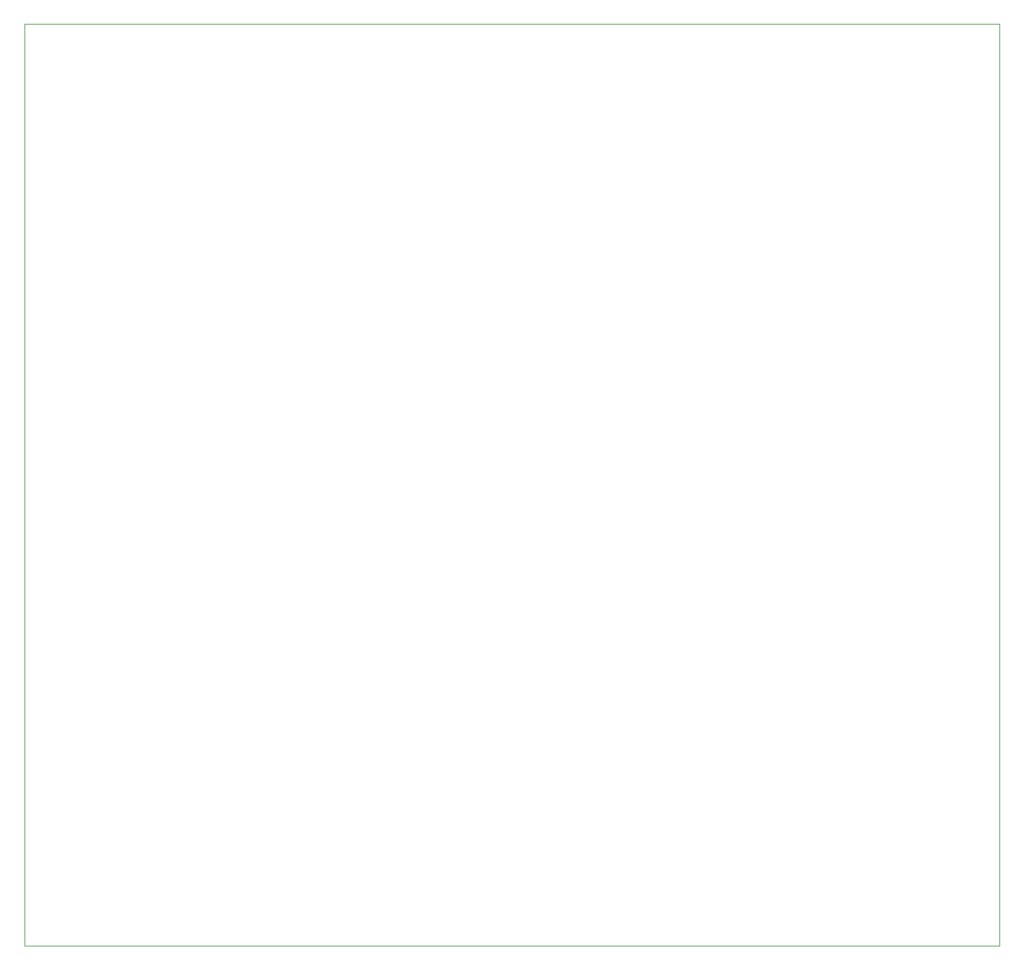
<source format=gbr>
%TF.GenerationSoftware,KiCad,Pcbnew,(5.1.10-1-10_14)*%
%TF.CreationDate,2021-06-14T16:28:50-07:00*%
%TF.ProjectId,SR6502,53523635-3032-42e6-9b69-6361645f7063,rev?*%
%TF.SameCoordinates,Original*%
%TF.FileFunction,Profile,NP*%
%FSLAX46Y46*%
G04 Gerber Fmt 4.6, Leading zero omitted, Abs format (unit mm)*
G04 Created by KiCad (PCBNEW (5.1.10-1-10_14)) date 2021-06-14 16:28:50*
%MOMM*%
%LPD*%
G01*
G04 APERTURE LIST*
%TA.AperFunction,Profile*%
%ADD10C,0.100000*%
%TD*%
G04 APERTURE END LIST*
D10*
X207472280Y-40167560D02*
X207462120Y-161041080D01*
X79756000Y-40132000D02*
X207472280Y-40167489D01*
X79756000Y-161036000D02*
X79756000Y-40132000D01*
X207462120Y-161041080D02*
X79756000Y-161036000D01*
M02*

</source>
